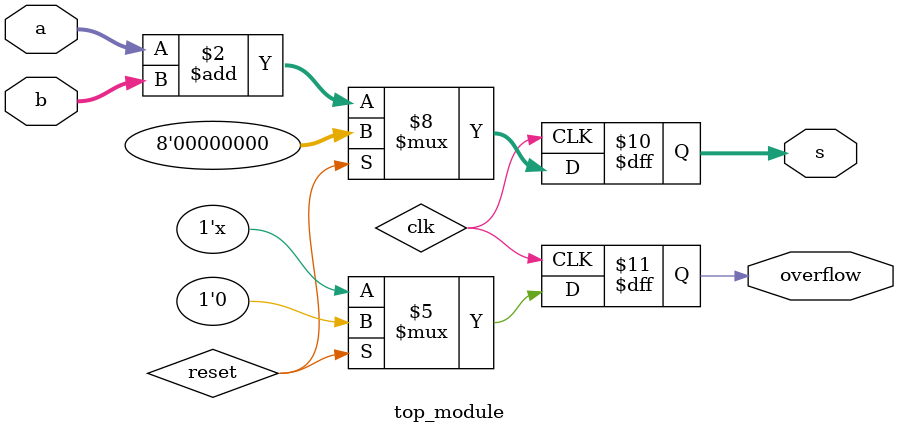
<source format=v>
module top_module (
    input [7:0] a,
    input [7:0] b,
    output [7:0] s,
    output overflow
); //
 
 	// Insert your code below
    // assign s = ...
    // assign overflow = ...

    always @(posedge clk) begin
        if (reset) begin
            s <= 32'h0;
            overflow <= 1'b0;
        end else begin
            s <= a + b;
            overflow <= (s[8] == 1);
        end
    end

endmodule
</source>
